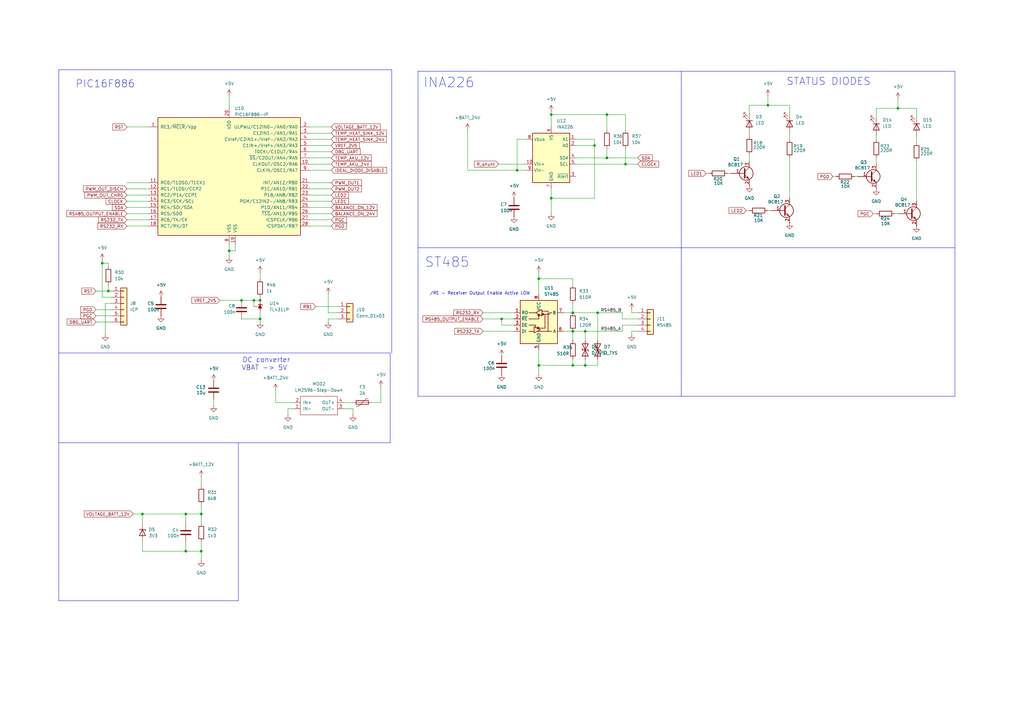
<source format=kicad_sch>
(kicad_sch (version 20231120) (generator "eeschema") (generator_version "8.0")
  (paper "A3")
  (lib_symbols
    (symbol "Connector_Generic:Conn_01x03" (pin_names (offset 1.016) hide)
      (property "Reference" "J" (at 0 5.08 0))
      (property "Value" "Conn_01x03" (at 0 -5.08 0))
      (symbol "Conn_01x03_1_1"
        (pin passive line (at -5.08 2.54 0) (length 3.81) (name "Pin_1") (number "1"))
        (pin passive line (at -5.08 0 0) (length 3.81) (name "Pin_2") (number "2"))
        (pin passive line (at -5.08 -2.54 0) (length 3.81) (name "Pin_3") (number "3"))
      )
    )
    (symbol "Connector_Generic:Conn_01x04" (pin_names (offset 1.016) hide)
      (property "Reference" "J" (at 0 5.08 0))
      (property "Value" "Conn_01x04" (at 0 -7.62 0))
      (symbol "Conn_01x04_1_1"
        (pin passive line (at -5.08 2.54 0) (length 3.81) (name "Pin_1") (number "1"))
        (pin passive line (at -5.08 0 0) (length 3.81) (name "Pin_2") (number "2"))
        (pin passive line (at -5.08 -2.54 0) (length 3.81) (name "Pin_3") (number "3"))
        (pin passive line (at -5.08 -5.08 0) (length 3.81) (name "Pin_4") (number "4"))
      )
    )
    (symbol "Connector_Generic:Conn_01x06" (pin_names (offset 1.016) hide)
      (property "Reference" "J" (at 0 7.62 0))
      (property "Value" "Conn_01x06" (at 0 -10.16 0))
      (symbol "Conn_01x06_1_1"
        (pin passive line (at -5.08 5.08 0) (length 3.81) (name "Pin_1") (number "1"))
        (pin passive line (at -5.08 2.54 0) (length 3.81) (name "Pin_2") (number "2"))
        (pin passive line (at -5.08 0 0) (length 3.81) (name "Pin_3") (number "3"))
        (pin passive line (at -5.08 -2.54 0) (length 3.81) (name "Pin_4") (number "4"))
        (pin passive line (at -5.08 -5.08 0) (length 3.81) (name "Pin_5") (number "5"))
        (pin passive line (at -5.08 -7.62 0) (length 3.81) (name "Pin_6") (number "6"))
      )
    )
    (symbol "Device:C" (pin_numbers hide) (pin_names (offset 0.254))
      (property "Reference" "C" (at 0.635 2.54 0))
      (property "Value" "C" (at 0.635 -2.54 0))
      (symbol "C_1_1"
        (pin passive line (at 0 3.81 270) (length 2.794) (name "~") (number "1"))
        (pin passive line (at 0 -3.81 90) (length 2.794) (name "~") (number "2"))
      )
    )
    (symbol "Device:D_TVS" (pin_numbers hide) (pin_names (offset 1.016) hide)
      (property "Reference" "D" (at 0 2.54 0))
      (property "Value" "D_TVS" (at 0 -2.54 0))
      (symbol "D_TVS_1_1"
        (pin passive line (at -3.81 0 0) (length 2.54) (name "A1") (number "1"))
        (pin passive line (at 3.81 0 180) (length 2.54) (name "A2") (number "2"))
      )
    )
    (symbol "Device:D_Zener" (pin_numbers hide) (pin_names (offset 1.016) hide)
      (property "Reference" "D" (at 0 2.54 0))
      (property "Value" "D_Zener" (at 0 -2.54 0))
      (symbol "D_Zener_1_1"
        (pin passive line (at -3.81 0 0) (length 2.54) (name "K") (number "1"))
        (pin passive line (at 3.81 0 180) (length 2.54) (name "A") (number "2"))
      )
    )
    (symbol "Device:LED" (pin_numbers hide) (pin_names (offset 1.016) hide)
      (property "Reference" "D" (at 0 2.54 0))
      (property "Value" "LED" (at 0 -2.54 0))
      (symbol "LED_1_1"
        (pin passive line (at -3.81 0 0) (length 2.54) (name "K") (number "1"))
        (pin passive line (at 3.81 0 180) (length 2.54) (name "A") (number "2"))
      )
    )
    (symbol "Device:Polyfuse" (pin_numbers hide) (pin_names (offset 0))
      (property "Reference" "F" (at -2.54 0 90))
      (property "Value" "Polyfuse" (at 2.54 0 90))
      (symbol "Polyfuse_1_1"
        (pin passive line (at 0 3.81 270) (length 1.27) (name "~") (number "1"))
        (pin passive line (at 0 -3.81 90) (length 1.27) (name "~") (number "2"))
      )
    )
    (symbol "Device:R" (pin_numbers hide) (pin_names (offset 0))
      (property "Reference" "R" (at 2.032 0 90))
      (property "Value" "R" (at 0 0 90))
      (symbol "R_1_1"
        (pin passive line (at 0 3.81 270) (length 1.27) (name "~") (number "1"))
        (pin passive line (at 0 -3.81 90) (length 1.27) (name "~") (number "2"))
      )
    )
    (symbol "Interface_UART:ST485EBDR"
      (property "Reference" "U" (at -6.35 8.89 0))
      (property "Value" "ST485EBDR" (at 1.27 8.89 0))
      (symbol "ST485EBDR_1_1"
        (pin output line (at -10.16 2.54 0) (length 2.54) (name "RO") (number "1"))
        (pin input line (at -10.16 0 0) (length 2.54) (name "~{RE}") (number "2"))
        (pin input line (at -10.16 -2.54 0) (length 2.54) (name "DE") (number "3"))
        (pin input line (at -10.16 -5.08 0) (length 2.54) (name "DI") (number "4"))
        (pin power_in line (at 0 -12.7 90) (length 2.54) (name "GND") (number "5"))
        (pin bidirectional line (at 10.16 -5.08 180) (length 2.54) (name "A") (number "6"))
        (pin bidirectional line (at 10.16 2.54 180) (length 2.54) (name "B") (number "7"))
        (pin power_in line (at 0 10.16 270) (length 2.54) (name "VCC") (number "8"))
      )
    )
    (symbol "MCU_Microchip_PIC16:PIC16F886-IP" (pin_names (offset 1.016))
      (property "Reference" "U" (at 13.97 27.94 0))
      (property "Value" "PIC16F886-IP" (at 13.97 25.4 0))
      (symbol "PIC16F886-IP_1_1"
        (pin bidirectional line (at -33.02 20.32 0) (length 3.81) (name "RE3/~{MCLR}/Vpp") (number "1"))
        (pin bidirectional line (at 33.02 5.08 180) (length 3.81) (name "CLKOUT/OSC2/RA6") (number "10"))
        (pin bidirectional line (at -33.02 -2.54 0) (length 3.81) (name "RC0/T1OSO/T1CK1") (number "11"))
        (pin bidirectional line (at -33.02 -5.08 0) (length 3.81) (name "RC1/T1OSI/CCP2") (number "12"))
        (pin bidirectional line (at -33.02 -7.62 0) (length 3.81) (name "RC2/P1A/CCP1") (number "13"))
        (pin bidirectional line (at -33.02 -10.16 0) (length 3.81) (name "RC3/SCK/SCL") (number "14"))
        (pin bidirectional line (at -33.02 -12.7 0) (length 3.81) (name "RC4/SDI/SDA") (number "15"))
        (pin bidirectional line (at -33.02 -15.24 0) (length 3.81) (name "RC5/SDO") (number "16"))
        (pin bidirectional line (at -33.02 -17.78 0) (length 3.81) (name "RC6/TX/CK") (number "17"))
        (pin bidirectional line (at -33.02 -20.32 0) (length 3.81) (name "RC7/RX/DT") (number "18"))
        (pin power_in line (at 2.54 -27.94 90) (length 3.81) (name "VSS") (number "19"))
        (pin bidirectional line (at 33.02 20.32 180) (length 3.81) (name "ULPWU/C12IN0-/AN0/RA0") (number "2"))
        (pin power_in line (at 0 27.94 270) (length 3.81) (name "VDD") (number "20"))
        (pin bidirectional line (at 33.02 -2.54 180) (length 3.81) (name "INT/AN12/RB0") (number "21"))
        (pin bidirectional line (at 33.02 -5.08 180) (length 3.81) (name "P1C/AN10/RB1") (number "22"))
        (pin bidirectional line (at 33.02 -7.62 180) (length 3.81) (name "P1B/AN8/RB2") (number "23"))
        (pin bidirectional line (at 33.02 -10.16 180) (length 3.81) (name "PGM/C12IN2-/AN8/RB3") (number "24"))
        (pin bidirectional line (at 33.02 -12.7 180) (length 3.81) (name "P1D/AN11/RB4") (number "25"))
        (pin bidirectional line (at 33.02 -15.24 180) (length 3.81) (name "~{T1G}/AN13/RB5") (number "26"))
        (pin bidirectional line (at 33.02 -17.78 180) (length 3.81) (name "ICSPCLK/RB6") (number "27"))
        (pin bidirectional line (at 33.02 -20.32 180) (length 3.81) (name "ICSPDAT/RB7") (number "28"))
        (pin bidirectional line (at 33.02 17.78 180) (length 3.81) (name "C12IN1-/AN1/RA1") (number "3"))
        (pin bidirectional line (at 33.02 15.24 180) (length 3.81) (name "CVref/C2IN1+/Vref-/AN2/RA2") (number "4"))
        (pin bidirectional line (at 33.02 12.7 180) (length 3.81) (name "C1IN+/Vref+/AN3/RA3") (number "5"))
        (pin bidirectional line (at 33.02 10.16 180) (length 3.81) (name "T0CKI/C1OUT/RA4") (number "6"))
        (pin bidirectional line (at 33.02 7.62 180) (length 3.81) (name "~{SS}/C2OUT/AN4/RA5") (number "7"))
        (pin power_in line (at 0 -27.94 90) (length 3.81) (name "VSS") (number "8"))
        (pin input line (at 33.02 2.54 180) (length 3.81) (name "CLKIN/OSC1/RA7") (number "9"))
      )
    )
    (symbol "My-Lib:LM2596-Step-Down" (pin_names (offset 1.016))
      (property "Reference" "MOD" (at 1.27 1.27 0))
      (property "Value" "LM2596-Step-Down" (at 8.89 3.81 0))
      (symbol "LM2596-Step-Down_1_1"
        (pin input line (at -2.54 -5.08 0) (length 2.54) (name "IN-") (number "1"))
        (pin input line (at -2.54 -2.54 0) (length 2.54) (name "IN+") (number "2"))
        (pin output line (at 17.78 -5.08 180) (length 2.54) (name "OUT-") (number "3"))
        (pin output line (at 17.78 -2.54 180) (length 2.54) (name "OUT+") (number "4"))
      )
    )
    (symbol "Reference_Voltage:TL431LP" (pin_numbers hide) (pin_names hide)
      (property "Reference" "U" (at -2.54 2.54 0))
      (property "Value" "TL431LP" (at 0 -2.54 0))
      (symbol "TL431LP_1_1"
        (pin passive line (at 0 2.54 270) (length 2.54) (name "REF") (number "1"))
        (pin passive line (at -2.54 0 0) (length 2.54) (name "A") (number "2"))
        (pin passive line (at 2.54 0 180) (length 2.54) (name "K") (number "3"))
      )
    )
    (symbol "Sensor_Energy:INA226"
      (property "Reference" "U" (at -6.35 11.43 0))
      (property "Value" "INA226" (at 3.81 11.43 0))
      (symbol "INA226_1_1"
        (pin input line (at 10.16 7.62 180) (length 2.54) (name "A1") (number "1"))
        (pin input line (at -10.16 -2.54 0) (length 2.54) (name "Vin+") (number "10"))
        (pin input line (at 10.16 5.08 180) (length 2.54) (name "A0") (number "2"))
        (pin open_collector line (at 10.16 -7.62 180) (length 2.54) (name "~{Alert}") (number "3"))
        (pin bidirectional line (at 10.16 0 180) (length 2.54) (name "SDA") (number "4"))
        (pin input line (at 10.16 -2.54 180) (length 2.54) (name "SCL") (number "5"))
        (pin power_in line (at 0 12.7 270) (length 2.54) (name "VS") (number "6"))
        (pin power_in line (at 0 -12.7 90) (length 2.54) (name "GND") (number "7"))
        (pin input line (at -10.16 7.62 0) (length 2.54) (name "Vbus") (number "8"))
        (pin input line (at -10.16 -5.08 0) (length 2.54) (name "Vin-") (number "9"))
      )
    )
    (symbol "Transistor_BJT:BC817" (pin_names (offset 0) hide)
      (property "Reference" "Q" (at 5.08 1.905 0))
      (property "Value" "BC817" (at 5.08 0 0))
      (symbol "BC817_1_1"
        (pin input line (at -5.08 0 0) (length 5.715) (name "B") (number "1"))
        (pin passive line (at 2.54 -5.08 90) (length 2.54) (name "E") (number "2"))
        (pin passive line (at 2.54 5.08 270) (length 2.54) (name "C") (number "3"))
      )
    )
    (symbol "power:+5V" (power) (pin_numbers hide) (pin_names (offset 0) hide)
      (property "Value" "+5V" (at 0 3.556 0))
      (symbol "+5V_1_1"
        (pin power_in line (at 0 0 90) (length 0) (name "~") (number "1"))
      )
    )
    (symbol "power:+BATT" (power) (pin_numbers hide) (pin_names (offset 0) hide)
      (property "Value" "+BATT" (at 0 3.556 0))
      (symbol "+BATT_1_1"
        (pin power_in line (at 0 0 90) (length 0) (name "~") (number "1"))
      )
    )
    (symbol "power:GND" (power) (pin_numbers hide) (pin_names (offset 0) hide)
      (property "Value" "GND" (at 0 -3.81 0))
      (symbol "GND_1_1"
        (pin power_in line (at 0 0 270) (length 0) (name "~") (number "1"))
      )
    )
  )
  (junction (at 93.98 102.87))
  (junction (at 243.84 59.69))
  (junction (at 106.68 123.19))
  (junction (at 44.45 119.38))
  (junction (at 245.11 128.27))
  (junction (at 234.95 149.86))
  (junction (at 220.98 114.3))
  (junction (at 76.2 210.82))
  (junction (at 248.92 46.99))
  (junction (at 240.03 135.89))
  (junction (at 82.55 226.06))
  (junction (at 212.09 69.85))
  (junction (at 99.06 123.19))
  (junction (at 104.14 123.19))
  (junction (at 248.92 64.77))
  (junction (at 314.96 43.18))
  (junction (at 220.98 149.86))
  (junction (at 226.06 81.28))
  (junction (at 41.91 107.95))
  (junction (at 256.54 67.31))
  (junction (at 76.2 226.06))
  (junction (at 368.3 44.45))
  (junction (at 234.95 135.89))
  (junction (at 58.42 210.82))
  (junction (at 234.95 128.27))
  (junction (at 240.03 149.86))
  (junction (at 226.06 46.99))
  (junction (at 106.68 130.81))
  (junction (at 82.55 210.82))
  (junction (at 205.74 130.81))
  (wire (pts (xy 45.72 124.46) (xy 43.18 124.46)))
  (wire (pts (xy 212.09 57.15) (xy 212.09 69.85)))
  (wire (pts (xy 248.92 46.99) (xy 248.92 53.34)))
  (wire (pts (xy 212.09 69.85) (xy 215.9 69.85)))
  (wire (pts (xy 306.07 86.36) (xy 307.34 86.36)))
  (wire (pts (xy 138.43 130.81) (xy 134.62 130.81)))
  (wire (pts (xy 118.11 170.18) (xy 118.11 167.64)))
  (wire (pts (xy 41.91 107.95) (xy 44.45 107.95)))
  (wire (pts (xy 127 64.77) (xy 135.89 64.77)))
  (wire (pts (xy 314.96 43.18) (xy 323.85 43.18)))
  (polyline (pts (xy 160.02 144.78) (xy 160.02 181.61)))
  (wire (pts (xy 226.06 45.72) (xy 226.06 46.99)))
  (wire (pts (xy 127 77.47) (xy 135.89 77.47)))
  (wire (pts (xy 76.2 210.82) (xy 82.55 210.82)))
  (wire (pts (xy 144.78 167.64) (xy 140.97 167.64)))
  (wire (pts (xy 368.3 40.64) (xy 368.3 44.45)))
  (wire (pts (xy 191.77 69.85) (xy 212.09 69.85)))
  (wire (pts (xy 226.06 46.99) (xy 248.92 46.99)))
  (wire (pts (xy 82.55 226.06) (xy 82.55 229.87)))
  (wire (pts (xy 255.27 133.35) (xy 255.27 135.89)))
  (wire (pts (xy 231.14 128.27) (xy 234.95 128.27)))
  (polyline (pts (xy 160.655 28.575) (xy 160.655 144.78)))
  (wire (pts (xy 323.85 64.77) (xy 323.85 81.28)))
  (wire (pts (xy 248.92 64.77) (xy 261.62 64.77)))
  (wire (pts (xy 76.2 210.82) (xy 76.2 214.63)))
  (wire (pts (xy 82.55 207.01) (xy 82.55 210.82)))
  (wire (pts (xy 41.91 107.95) (xy 41.91 121.92)))
  (wire (pts (xy 127 52.07) (xy 135.89 52.07)))
  (wire (pts (xy 198.12 128.27) (xy 210.82 128.27)))
  (wire (pts (xy 261.62 133.35) (xy 255.27 133.35)))
  (wire (pts (xy 259.08 137.16) (xy 259.08 135.89)))
  (wire (pts (xy 307.34 54.61) (xy 307.34 55.88)))
  (wire (pts (xy 76.2 222.25) (xy 76.2 226.06)))
  (wire (pts (xy 52.07 82.55) (xy 60.96 82.55)))
  (polyline (pts (xy 24.13 181.61) (xy 97.79 181.61)))
  (wire (pts (xy 52.07 80.01) (xy 60.96 80.01)))
  (wire (pts (xy 127 54.61) (xy 135.89 54.61)))
  (wire (pts (xy 99.06 123.19) (xy 104.14 123.19)))
  (wire (pts (xy 106.68 121.92) (xy 106.68 123.19)))
  (wire (pts (xy 259.08 128.27) (xy 259.08 127)))
  (wire (pts (xy 129.54 125.73) (xy 138.43 125.73)))
  (wire (pts (xy 245.11 147.32) (xy 245.11 149.86)))
  (wire (pts (xy 96.52 102.87) (xy 96.52 100.33)))
  (wire (pts (xy 359.41 64.77) (xy 359.41 67.31)))
  (wire (pts (xy 234.95 135.89) (xy 240.03 135.89)))
  (wire (pts (xy 236.22 64.77) (xy 248.92 64.77)))
  (wire (pts (xy 156.21 165.1) (xy 156.21 158.75)))
  (wire (pts (xy 210.82 133.35) (xy 205.74 133.35)))
  (wire (pts (xy 234.95 124.46) (xy 234.95 128.27)))
  (polyline (pts (xy 97.79 246.38) (xy 97.79 181.61)))
  (wire (pts (xy 76.2 226.06) (xy 58.42 226.06)))
  (polyline (pts (xy 279.4 162.56) (xy 391.668 162.56)))
  (wire (pts (xy 205.74 130.81) (xy 210.82 130.81)))
  (wire (pts (xy 44.45 109.22) (xy 44.45 107.95)))
  (wire (pts (xy 39.37 129.54) (xy 45.72 129.54)))
  (wire (pts (xy 104.14 125.73) (xy 104.14 123.19)))
  (wire (pts (xy 52.07 87.63) (xy 60.96 87.63)))
  (wire (pts (xy 39.37 127) (xy 45.72 127)))
  (wire (pts (xy 255.27 130.81) (xy 255.27 128.27)))
  (polyline (pts (xy 171.45 101.6) (xy 171.45 29.21)))
  (wire (pts (xy 359.41 44.45) (xy 359.41 48.26)))
  (wire (pts (xy 236.22 59.69) (xy 243.84 59.69)))
  (wire (pts (xy 39.37 119.38) (xy 44.45 119.38)))
  (wire (pts (xy 245.11 128.27) (xy 245.11 139.7)))
  (wire (pts (xy 259.08 135.89) (xy 261.62 135.89)))
  (wire (pts (xy 39.37 132.08) (xy 45.72 132.08)))
  (wire (pts (xy 58.42 210.82) (xy 58.42 214.63)))
  (wire (pts (xy 93.98 100.33) (xy 93.98 102.87)))
  (wire (pts (xy 44.45 116.84) (xy 44.45 119.38)))
  (wire (pts (xy 135.89 90.17) (xy 127 90.17)))
  (wire (pts (xy 99.06 130.81) (xy 106.68 130.81)))
  (wire (pts (xy 198.12 135.89) (xy 210.82 135.89)))
  (wire (pts (xy 307.34 43.18) (xy 314.96 43.18)))
  (wire (pts (xy 375.92 66.04) (xy 375.92 82.55)))
  (wire (pts (xy 341.63 72.39) (xy 342.9 72.39)))
  (wire (pts (xy 82.55 210.82) (xy 82.55 214.63)))
  (wire (pts (xy 240.03 149.86) (xy 234.95 149.86)))
  (wire (pts (xy 234.95 116.84) (xy 234.95 114.3)))
  (wire (pts (xy 93.98 102.87) (xy 93.98 105.41)))
  (polyline (pts (xy 391.668 162.56) (xy 391.668 101.6)))
  (wire (pts (xy 45.72 121.92) (xy 41.91 121.92)))
  (wire (pts (xy 90.17 123.19) (xy 99.06 123.19)))
  (wire (pts (xy 127 59.69) (xy 135.89 59.69)))
  (wire (pts (xy 236.22 67.31) (xy 256.54 67.31)))
  (wire (pts (xy 127 74.93) (xy 135.89 74.93)))
  (wire (pts (xy 82.55 222.25) (xy 82.55 226.06)))
  (wire (pts (xy 134.62 120.65) (xy 134.62 128.27)))
  (wire (pts (xy 127 57.15) (xy 135.89 57.15)))
  (wire (pts (xy 234.95 149.86) (xy 220.98 149.86)))
  (wire (pts (xy 118.11 167.64) (xy 120.65 167.64)))
  (wire (pts (xy 104.14 123.19) (xy 106.68 123.19)))
  (wire (pts (xy 93.98 102.87) (xy 96.52 102.87)))
  (wire (pts (xy 41.91 106.68) (xy 41.91 107.95)))
  (wire (pts (xy 215.9 57.15) (xy 212.09 57.15)))
  (polyline (pts (xy 24.13 28.575) (xy 160.655 28.575)))
  (wire (pts (xy 127 80.01) (xy 135.89 80.01)))
  (wire (pts (xy 243.84 57.15) (xy 236.22 57.15)))
  (wire (pts (xy 307.34 43.18) (xy 307.34 46.99)))
  (polyline (pts (xy 171.45 101.6) (xy 279.4 101.6)))
  (wire (pts (xy 256.54 46.99) (xy 256.54 53.34)))
  (wire (pts (xy 245.11 128.27) (xy 255.27 128.27)))
  (wire (pts (xy 93.98 39.37) (xy 93.98 44.45)))
  (wire (pts (xy 234.95 114.3) (xy 220.98 114.3)))
  (wire (pts (xy 127 85.09) (xy 135.89 85.09)))
  (polyline (pts (xy 171.45 162.56) (xy 171.45 101.6)))
  (polyline (pts (xy 279.4 101.6) (xy 391.668 101.6)))
  (wire (pts (xy 82.55 226.06) (xy 76.2 226.06)))
  (wire (pts (xy 127 62.23) (xy 135.89 62.23)))
  (wire (pts (xy 52.07 85.09) (xy 60.96 85.09)))
  (wire (pts (xy 127 82.55) (xy 135.89 82.55)))
  (wire (pts (xy 58.42 226.06) (xy 58.42 222.25)))
  (wire (pts (xy 368.3 44.45) (xy 375.92 44.45)))
  (wire (pts (xy 359.41 55.88) (xy 359.41 57.15)))
  (wire (pts (xy 220.98 111.76) (xy 220.98 114.3)))
  (wire (pts (xy 44.45 119.38) (xy 45.72 119.38)))
  (wire (pts (xy 314.96 86.36) (xy 316.23 86.36)))
  (wire (pts (xy 138.43 128.27) (xy 134.62 128.27)))
  (wire (pts (xy 54.61 210.82) (xy 58.42 210.82)))
  (polyline (pts (xy 391.668 29.21) (xy 279.4 29.21)))
  (wire (pts (xy 256.54 60.96) (xy 256.54 67.31)))
  (wire (pts (xy 248.92 60.96) (xy 248.92 64.77)))
  (wire (pts (xy 248.92 46.99) (xy 256.54 46.99)))
  (wire (pts (xy 226.06 77.47) (xy 226.06 81.28)))
  (wire (pts (xy 152.4 165.1) (xy 156.21 165.1)))
  (wire (pts (xy 350.52 72.39) (xy 351.79 72.39)))
  (wire (pts (xy 240.03 147.32) (xy 240.03 149.86)))
  (wire (pts (xy 234.95 135.89) (xy 234.95 139.7)))
  (wire (pts (xy 375.92 44.45) (xy 375.92 48.26)))
  (wire (pts (xy 204.47 67.31) (xy 215.9 67.31)))
  (wire (pts (xy 226.06 81.28) (xy 226.06 87.63)))
  (wire (pts (xy 323.85 43.18) (xy 323.85 46.99)))
  (wire (pts (xy 113.03 165.1) (xy 120.65 165.1)))
  (wire (pts (xy 52.07 90.17) (xy 60.96 90.17)))
  (wire (pts (xy 87.63 163.83) (xy 87.63 166.37)))
  (wire (pts (xy 358.14 87.63) (xy 359.41 87.63)))
  (wire (pts (xy 226.06 46.99) (xy 226.06 52.07)))
  (polyline (pts (xy 24.13 246.38) (xy 97.79 246.38)))
  (polyline (pts (xy 24.13 181.61) (xy 24.13 28.575)))
  (wire (pts (xy 60.96 52.07) (xy 52.07 52.07)))
  (wire (pts (xy 220.98 114.3) (xy 220.98 120.65)))
  (polyline (pts (xy 171.45 29.21) (xy 279.4 29.21)))
  (wire (pts (xy 240.03 135.89) (xy 255.27 135.89)))
  (wire (pts (xy 375.92 55.88) (xy 375.92 58.42)))
  (wire (pts (xy 58.42 210.82) (xy 76.2 210.82)))
  (wire (pts (xy 307.34 63.5) (xy 307.34 66.04)))
  (wire (pts (xy 205.74 133.35) (xy 205.74 130.81)))
  (wire (pts (xy 106.68 128.27) (xy 106.68 130.81)))
  (wire (pts (xy 226.06 81.28) (xy 243.84 81.28)))
  (polyline (pts (xy 279.4 162.56) (xy 279.4 29.21)))
  (wire (pts (xy 106.68 111.76) (xy 106.68 114.3)))
  (wire (pts (xy 191.77 69.85) (xy 191.77 53.34)))
  (wire (pts (xy 231.14 135.89) (xy 234.95 135.89)))
  (wire (pts (xy 289.56 71.12) (xy 290.83 71.12)))
  (wire (pts (xy 256.54 67.31) (xy 261.62 67.31)))
  (wire (pts (xy 144.78 167.64) (xy 144.78 170.18)))
  (wire (pts (xy 43.18 124.46) (xy 43.18 137.16)))
  (wire (pts (xy 113.03 165.1) (xy 113.03 160.02)))
  (wire (pts (xy 245.11 149.86) (xy 240.03 149.86)))
  (wire (pts (xy 261.62 130.81) (xy 255.27 130.81)))
  (wire (pts (xy 127 67.31) (xy 135.89 67.31)))
  (polyline (pts (xy 391.668 101.6) (xy 391.668 29.21)))
  (polyline (pts (xy 24.13 181.61) (xy 24.13 246.38)))
  (wire (pts (xy 314.96 39.37) (xy 314.96 43.18)))
  (polyline (pts (xy 160.02 181.61) (xy 97.79 181.61)))
  (wire (pts (xy 243.84 81.28) (xy 243.84 59.69)))
  (wire (pts (xy 243.84 59.69) (xy 243.84 57.15)))
  (wire (pts (xy 106.68 130.81) (xy 106.68 132.08)))
  (wire (pts (xy 127 69.85) (xy 135.89 69.85)))
  (wire (pts (xy 134.62 130.81) (xy 134.62 132.08)))
  (wire (pts (xy 234.95 128.27) (xy 245.11 128.27)))
  (polyline (pts (xy 24.13 144.78) (xy 160.02 144.78)))
  (wire (pts (xy 82.55 195.58) (xy 82.55 199.39)))
  (wire (pts (xy 135.89 92.71) (xy 127 92.71)))
  (wire (pts (xy 220.98 143.51) (xy 220.98 149.86)))
  (wire (pts (xy 261.62 128.27) (xy 259.08 128.27)))
  (wire (pts (xy 367.03 87.63) (xy 368.3 87.63)))
  (wire (pts (xy 127 87.63) (xy 135.89 87.63)))
  (wire (pts (xy 52.07 74.93) (xy 60.96 74.93)))
  (wire (pts (xy 220.98 149.86) (xy 220.98 153.67)))
  (polyline (pts (xy 171.45 162.56) (xy 279.4 162.56)))
  (wire (pts (xy 140.97 165.1) (xy 144.78 165.1)))
  (wire (pts (xy 368.3 44.45) (xy 359.41 44.45)))
  (wire (pts (xy 198.12 130.81) (xy 205.74 130.81)))
  (wire (pts (xy 52.07 77.47) (xy 60.96 77.47)))
  (wire (pts (xy 323.85 54.61) (xy 323.85 57.15)))
  (wire (pts (xy 234.95 147.32) (xy 234.95 149.86)))
  (wire (pts (xy 298.45 71.12) (xy 299.72 71.12)))
  (wire (pts (xy 240.03 135.89) (xy 240.03 139.7)))
  (wire (pts (xy 52.07 92.71) (xy 60.96 92.71)))
  (text "INA226\n" (at 184.15 34.036 0) (effects (font (size 4 4))))
  (text "PIC16F886" (at 43.18 34.544 0) (effects (font (size 3 3))))
  (text "ST485" (at 183.388 107.696 0) (effects (font (size 4 4))))
  (text "DC converter\nVBAT -> 5V " (at 109.22 149.352 0) (effects (font (size 2 2))))
  (text "/RE - Receiver Output Enable Active LOW" (at 196.85 120.396 0) (effects (font (size 1.27 1.27))))
  (text "STATUS DIODES" (at 339.852 33.528 0) (effects (font (size 3 3))))
  (label "RS485_A" (at 246.38 135.89 0))
  (label "RS485_B" (at 246.38 128.27 0))
  (global_label "PGD" (shape input) (at 135.89 92.71 0) (property "Intersheetrefs" "${INTERSHEET_REFS}" (effects (hide yes))))
  (global_label "LED2" (shape input) (at 135.89 80.01 0) (property "Intersheetrefs" "${INTERSHEET_REFS}" (effects (hide yes))))
  (global_label "R_shunt" (shape input) (at 204.47 67.31 180) (property "Intersheetrefs" "${INTERSHEET_REFS}" (effects (hide yes))))
  (global_label "VOLTAGE_BATT_12V" (shape input) (at 54.61 210.82 180) (property "Intersheetrefs" "${INTERSHEET_REFS}" (effects (hide yes))))
  (global_label "TEMP_AKU_12V" (shape input) (at 135.89 64.77 0) (property "Intersheetrefs" "${INTERSHEET_REFS}" (effects (hide yes))))
  (global_label "PWM_OUT1" (shape input) (at 135.89 74.93 0) (property "Intersheetrefs" "${INTERSHEET_REFS}" (effects (hide yes))))
  (global_label "RST" (shape input) (at 52.07 52.07 180) (property "Intersheetrefs" "${INTERSHEET_REFS}" (effects (hide yes))))
  (global_label "RS232_RX" (shape input) (at 198.12 128.27 180) (property "Intersheetrefs" "${INTERSHEET_REFS}" (effects (hide yes))))
  (global_label "LED1" (shape input) (at 135.89 82.55 0) (property "Intersheetrefs" "${INTERSHEET_REFS}" (effects (hide yes))))
  (global_label "PGD" (shape input) (at 341.63 72.39 180) (property "Intersheetrefs" "${INTERSHEET_REFS}" (effects (hide yes))))
  (global_label "RST" (shape input) (at 39.37 119.38 180) (property "Intersheetrefs" "${INTERSHEET_REFS}" (effects (hide yes))))
  (global_label "TEMP_AKU_24V" (shape input) (at 135.89 67.31 0) (property "Intersheetrefs" "${INTERSHEET_REFS}" (effects (hide yes))))
  (global_label "SDA" (shape input) (at 261.62 64.77 0) (property "Intersheetrefs" "${INTERSHEET_REFS}" (effects (hide yes))))
  (global_label "PWM_OUT_CHRG" (shape input) (at 52.07 80.01 180) (property "Intersheetrefs" "${INTERSHEET_REFS}" (effects (hide yes))))
  (global_label "SDA" (shape input) (at 52.07 85.09 180) (property "Intersheetrefs" "${INTERSHEET_REFS}" (effects (hide yes))))
  (global_label "IDEAL_DIODE_DISABLE" (shape input) (at 135.89 69.85 0) (property "Intersheetrefs" "${INTERSHEET_REFS}" (effects (hide yes))))
  (global_label "VOLTAGE_BATT_12V" (shape input) (at 135.89 52.07 0) (property "Intersheetrefs" "${INTERSHEET_REFS}" (effects (hide yes))))
  (global_label "BALANCE_ON_12V" (shape input) (at 135.89 85.09 0) (property "Intersheetrefs" "${INTERSHEET_REFS}" (effects (hide yes))))
  (global_label "VREF_2V5" (shape input) (at 90.17 123.19 180) (property "Intersheetrefs" "${INTERSHEET_REFS}" (effects (hide yes))))
  (global_label "CLOCK" (shape input) (at 261.62 67.31 0) (property "Intersheetrefs" "${INTERSHEET_REFS}" (effects (hide yes))))
  (global_label "RS485_OUTPUT_ENABLE" (shape input) (at 198.12 130.81 180) (property "Intersheetrefs" "${INTERSHEET_REFS}" (effects (hide yes))))
  (global_label "RS232_TX" (shape input) (at 198.12 135.89 180) (property "Intersheetrefs" "${INTERSHEET_REFS}" (effects (hide yes))))
  (global_label "PGC" (shape input) (at 358.14 87.63 180) (property "Intersheetrefs" "${INTERSHEET_REFS}" (effects (hide yes))))
  (global_label "DBG_UART" (shape input) (at 135.89 62.23 0) (property "Intersheetrefs" "${INTERSHEET_REFS}" (effects (hide yes))))
  (global_label "TEMP_HEAT_SINK_12V" (shape input) (at 135.89 54.61 0) (property "Intersheetrefs" "${INTERSHEET_REFS}" (effects (hide yes))))
  (global_label "PWM_OUT_DISCH" (shape input) (at 52.07 77.47 180) (property "Intersheetrefs" "${INTERSHEET_REFS}" (effects (hide yes))))
  (global_label "LED1" (shape input) (at 289.56 71.12 180) (property "Intersheetrefs" "${INTERSHEET_REFS}" (effects (hide yes))))
  (global_label "PGC" (shape input) (at 39.37 129.54 180) (property "Intersheetrefs" "${INTERSHEET_REFS}" (effects (hide yes))))
  (global_label "LED2" (shape input) (at 306.07 86.36 180) (property "Intersheetrefs" "${INTERSHEET_REFS}" (effects (hide yes))))
  (global_label "RB1" (shape input) (at 129.54 125.73 180) (property "Intersheetrefs" "${INTERSHEET_REFS}" (effects (hide yes))))
  (global_label "CLOCK" (shape input) (at 52.07 82.55 180) (property "Intersheetrefs" "${INTERSHEET_REFS}" (effects (hide yes))))
  (global_label "PGC" (shape input) (at 135.89 90.17 0) (property "Intersheetrefs" "${INTERSHEET_REFS}" (effects (hide yes))))
  (global_label "RS232_RX" (shape input) (at 52.07 92.71 180) (property "Intersheetrefs" "${INTERSHEET_REFS}" (effects (hide yes))))
  (global_label "BALANCE_ON_24V" (shape input) (at 135.89 87.63 0) (property "Intersheetrefs" "${INTERSHEET_REFS}" (effects (hide yes))))
  (global_label "RS232_TX" (shape input) (at 52.07 90.17 180) (property "Intersheetrefs" "${INTERSHEET_REFS}" (effects (hide yes))))
  (global_label "PGD" (shape input) (at 39.37 127 180) (property "Intersheetrefs" "${INTERSHEET_REFS}" (effects (hide yes))))
  (global_label "DBG_UART" (shape input) (at 39.37 132.08 180) (property "Intersheetrefs" "${INTERSHEET_REFS}" (effects (hide yes))))
  (global_label "PWM_OUT2" (shape input) (at 135.89 77.47 0) (property "Intersheetrefs" "${INTERSHEET_REFS}" (effects (hide yes))))
  (global_label "TEMP_HEAT_SINK_24V" (shape input) (at 135.89 57.15 0) (property "Intersheetrefs" "${INTERSHEET_REFS}" (effects (hide yes))))
  (global_label "VREF_2V5" (shape input) (at 135.89 59.69 0) (property "Intersheetrefs" "${INTERSHEET_REFS}" (effects (hide yes))))
  (global_label "RS485_OUTPUT_ENABLE" (shape input) (at 52.07 87.63 180) (property "Intersheetrefs" "${INTERSHEET_REFS}" (effects (hide yes))))
  (symbol (lib_id "power:GND") (at 66.04 129.54 0) (unit 1)
    (property "Reference" "#PWR065" (effects (hide yes)))
    (property "Value" "GND" (at 66.04 134.62 0))
    (property "Description" "Power symbol creates a global label with name \"GND\" , ground" (effects (hide yes)))
  )
  (symbol (lib_id "Device:C") (at 87.63 160.02 180) (unit 1)
    (property "Reference" "C13" (at 84.328 158.75 0) (effects (justify left)))
    (property "Value" "10u" (at 84.328 161.036 0) (effects (justify left)))
    (property "Footprint" "Capacitor_SMD:CP_Elec_6.3x4.5" (effects (hide yes)))
    (property "Description" "Unpolarized capacitor" (effects (hide yes)))
  )
  (symbol (lib_id "Device:R") (at 248.92 57.15 0) (unit 1)
    (property "Reference" "R36" (at 251.46 55.8799 0) (effects (justify left)))
    (property "Value" "10k" (at 251.46 58.4199 0) (effects (justify left)))
    (property "Footprint" "Resistor_SMD:R_0805_2012Metric_Pad1.20x1.40mm_HandSolder" (effects (hide yes)))
    (property "Description" "Resistor" (effects (hide yes)))
  )
  (symbol (lib_id "Device:R") (at 82.55 203.2 0) (unit 1)
    (property "Reference" "R31" (at 85.09 201.9299 0) (effects (justify left)))
    (property "Value" "6k8" (at 85.09 204.4699 0) (effects (justify left)))
    (property "Footprint" "Resistor_SMD:R_0805_2012Metric_Pad1.20x1.40mm_HandSolder" (effects (hide yes)))
    (property "Description" "Resistor" (effects (hide yes)))
  )
  (symbol (lib_id "power:+5V") (at 368.3 40.64 0) (unit 1)
    (property "Reference" "#PWR097" (effects (hide yes)))
    (property "Value" "+5V" (at 368.3 35.56 0))
    (property "Description" "Power symbol creates a global label with name \"+5V\"" (effects (hide yes)))
  )
  (symbol (lib_id "power:+BATT") (at 191.77 53.34 0) (unit 1)
    (property "Reference" "#PWR061" (effects (hide yes)))
    (property "Value" "+BATT_24V" (at 191.77 48.26 0))
    (property "Description" "Power symbol creates a global label with name \"+BATT\"" (effects (hide yes)))
  )
  (symbol (lib_id "power:GND") (at 43.18 137.16 0) (unit 1)
    (property "Reference" "#PWR060" (effects (hide yes)))
    (property "Value" "GND" (at 43.18 142.24 0))
    (property "Description" "Power symbol creates a global label with name \"GND\" , ground" (effects (hide yes)))
  )
  (symbol (lib_id "power:+5V") (at 87.63 156.21 0) (unit 1)
    (property "Reference" "#PWR074" (effects (hide yes)))
    (property "Value" "+5V" (at 87.63 151.13 0))
    (property "Description" "Power symbol creates a global label with name \"+5V\"" (effects (hide yes)))
  )
  (symbol (lib_id "Device:R") (at 256.54 57.15 0) (unit 1)
    (property "Reference" "R37" (at 259.08 55.8799 0) (effects (justify left)))
    (property "Value" "10k" (at 259.08 58.4199 0) (effects (justify left)))
    (property "Footprint" "Resistor_SMD:R_0805_2012Metric_Pad1.20x1.40mm_HandSolder" (effects (hide yes)))
    (property "Description" "Resistor" (effects (hide yes)))
  )
  (symbol (lib_id "power:+5V") (at 41.91 106.68 0) (unit 1)
    (property "Reference" "#PWR059" (effects (hide yes)))
    (property "Value" "+5V" (at 41.91 101.6 0))
    (property "Description" "Power symbol creates a global label with name \"+5V\"" (effects (hide yes)))
  )
  (symbol (lib_id "Interface_UART:ST485EBDR") (at 220.98 130.81 0) (unit 1)
    (property "Reference" "U11" (at 223.1741 118.11 0) (effects (justify left)))
    (property "Value" "ST485" (at 223.1741 120.65 0) (effects (justify left)))
    (property "Footprint" "Package_SO:SOIC-8_3.9x4.9mm_P1.27mm" (effects (hide yes)))
    (property "Datasheet" "http://www.st.com/resource/en/datasheet/st485eb.pdf" (effects (hide yes)))
    (property "Description" "Half duplex RS-485/RS-422, 5 Mbps, ±15kV electro-static discharge (ESD) protection, no slew-rate, with low-power shutdown, with receiver/driver enable, 256 transceiver on the bus - 40 to 85 °C, SOIC-8" (effects (hide yes)))
  )
  (symbol (lib_id "power:GND") (at 93.98 105.41 0) (unit 1)
    (property "Reference" "#PWR077" (effects (hide yes)))
    (property "Value" "GND" (at 93.98 110.49 0))
    (property "Description" "Power symbol creates a global label with name \"GND\" , ground" (effects (hide yes)))
  )
  (symbol (lib_id "Device:LED") (at 359.41 52.07 270) (unit 1)
    (property "Reference" "D14" (at 361.95 49.2124 90) (effects (justify left)))
    (property "Value" "LED" (at 361.95 51.7524 90) (effects (justify left)))
    (property "Footprint" "LED_THT:LED_D5.0mm" (effects (hide yes)))
    (property "Description" "Light emitting diode" (effects (hide yes)))
  )
  (symbol (lib_id "Device:C") (at 66.04 125.73 0) (unit 1)
    (property "Reference" "C5" (at 60.452 124.46 0) (effects (justify left)))
    (property "Value" "100n" (at 60.452 127 0) (effects (justify left)))
    (property "Footprint" "Capacitor_SMD:C_0805_2012Metric_Pad1.18x1.45mm_HandSolder" (effects (hide yes)))
    (property "Description" "Unpolarized capacitor" (effects (hide yes)))
  )
  (symbol (lib_id "power:GND") (at 106.68 132.08 0) (unit 1)
    (property "Reference" "#PWR079" (effects (hide yes)))
    (property "Value" "GND" (at 106.68 137.16 0))
    (property "Description" "Power symbol creates a global label with name \"GND\" , ground" (effects (hide yes)))
  )
  (symbol (lib_id "power:GND") (at 210.82 88.9 0) (unit 1)
    (property "Reference" "#PWR067" (effects (hide yes)))
    (property "Value" "GND" (at 210.82 93.98 0))
    (property "Description" "Power symbol creates a global label with name \"GND\" , ground" (effects (hide yes)))
  )
  (symbol (lib_id "Device:R") (at 375.92 62.23 180) (unit 1)
    (property "Reference" "R25" (at 377.444 61.214 0) (effects (justify right)))
    (property "Value" "220R" (at 377.444 62.992 0) (effects (justify right)))
    (property "Footprint" "Resistor_SMD:R_0805_2012Metric_Pad1.20x1.40mm_HandSolder" (effects (hide yes)))
    (property "Description" "Resistor" (effects (hide yes)))
  )
  (symbol (lib_id "power:+5V") (at 156.21 158.75 0) (unit 1)
    (property "Reference" "#PWR092" (effects (hide yes)))
    (property "Value" "+5V" (at 156.21 153.67 0))
    (property "Description" "Power symbol creates a global label with name \"+5V\"" (effects (hide yes)))
  )
  (symbol (lib_id "Device:R") (at 82.55 218.44 0) (unit 1)
    (property "Reference" "R32" (at 85.09 217.1699 0) (effects (justify left)))
    (property "Value" "1k3" (at 85.09 219.7099 0) (effects (justify left)))
    (property "Footprint" "Resistor_SMD:R_0805_2012Metric_Pad1.20x1.40mm_HandSolder" (effects (hide yes)))
    (property "Description" "Resistor" (effects (hide yes)))
  )
  (symbol (lib_id "power:GND") (at 144.78 170.18 0) (unit 1)
    (property "Reference" "#PWR090" (effects (hide yes)))
    (property "Value" "GND" (at 144.78 175.26 0))
    (property "Description" "Power symbol creates a global label with name \"GND\" , ground" (effects (hide yes)))
  )
  (symbol (lib_id "Device:LED") (at 307.34 50.8 270) (unit 1)
    (property "Reference" "D3" (at 309.88 47.9424 90) (effects (justify left)))
    (property "Value" "LED" (at 309.88 50.4824 90) (effects (justify left)))
    (property "Footprint" "LED_THT:LED_D5.0mm" (effects (hide yes)))
    (property "Description" "Light emitting diode" (effects (hide yes)))
  )
  (symbol (lib_id "Device:R") (at 106.68 118.11 0) (unit 1)
    (property "Reference" "R46" (at 109.22 116.8399 0) (effects (justify left)))
    (property "Value" "1k" (at 109.22 119.3799 0) (effects (justify left)))
    (property "Footprint" "Resistor_SMD:R_0805_2012Metric_Pad1.20x1.40mm_HandSolder" (effects (hide yes)))
    (property "Description" "Resistor" (effects (hide yes)))
  )
  (symbol (lib_id "power:GND") (at 226.06 87.63 0) (unit 1)
    (property "Reference" "#PWR071" (effects (hide yes)))
    (property "Value" "GND" (at 226.06 92.71 0))
    (property "Description" "Power symbol creates a global label with name \"GND\" , ground" (effects (hide yes)))
  )
  (symbol (lib_id "Device:R") (at 307.34 59.69 180) (unit 1)
    (property "Reference" "R18" (at 308.864 58.674 0) (effects (justify right)))
    (property "Value" "220R" (at 308.864 60.452 0) (effects (justify right)))
    (property "Footprint" "Resistor_SMD:R_0805_2012Metric_Pad1.20x1.40mm_HandSolder" (effects (hide yes)))
    (property "Description" "Resistor" (effects (hide yes)))
  )
  (symbol (lib_id "Device:R") (at 311.15 86.36 270) (unit 1)
    (property "Reference" "R21" (at 312.928 88.392 90) (effects (justify right)))
    (property "Value" "10K" (at 313.182 90.424 90) (effects (justify right)))
    (property "Footprint" "Resistor_SMD:R_0805_2012Metric_Pad1.20x1.40mm_HandSolder" (effects (hide yes)))
    (property "Description" "Resistor" (effects (hide yes)))
  )
  (symbol (lib_id "Device:R") (at 234.95 143.51 0) (unit 1)
    (property "Reference" "R35" (at 230.886 142.494 0) (effects (justify left)))
    (property "Value" "510R" (at 228.346 145.034 0) (effects (justify left)))
    (property "Footprint" "Resistor_SMD:R_0805_2012Metric_Pad1.20x1.40mm_HandSolder" (effects (hide yes)))
    (property "Description" "Resistor" (effects (hide yes)))
  )
  (symbol (lib_id "Device:R") (at 234.95 132.08 0) (unit 1)
    (property "Reference" "R34" (at 237.49 130.8099 0) (effects (justify left)))
    (property "Value" "120R" (at 237.49 133.3499 0) (effects (justify left)))
    (property "Footprint" "Resistor_SMD:R_0805_2012Metric_Pad1.20x1.40mm_HandSolder" (effects (hide yes)))
    (property "Description" "Resistor" (effects (hide yes)))
  )
  (symbol (lib_id "power:GND") (at 205.74 153.67 0) (unit 1)
    (property "Reference" "#PWR063" (effects (hide yes)))
    (property "Value" "GND" (at 205.74 158.75 0))
    (property "Description" "Power symbol creates a global label with name \"GND\" , ground" (effects (hide yes)))
  )
  (symbol (lib_id "Device:R") (at 44.45 113.03 0) (unit 1)
    (property "Reference" "R30" (at 46.99 111.7599 0) (effects (justify left)))
    (property "Value" "10k" (at 46.99 114.2999 0) (effects (justify left)))
    (property "Footprint" "Resistor_SMD:R_0805_2012Metric_Pad1.20x1.40mm_HandSolder" (effects (hide yes)))
    (property "Description" "Resistor" (effects (hide yes)))
  )
  (symbol (lib_id "Device:LED") (at 375.92 52.07 270) (unit 1)
    (property "Reference" "D15" (at 378.46 49.2124 90) (effects (justify left)))
    (property "Value" "LED" (at 378.46 51.7524 90) (effects (justify left)))
    (property "Footprint" "LED_THT:LED_D5.0mm" (effects (hide yes)))
    (property "Description" "Light emitting diode" (effects (hide yes)))
  )
  (symbol (lib_id "Connector_Generic:Conn_01x03") (at 143.51 128.27 0) (unit 1)
    (property "Reference" "J10" (at 146.05 126.9999 0) (effects (justify left)))
    (property "Value" "Conn_01x03" (at 146.05 129.5399 0) (effects (justify left)))
    (property "Footprint" "Connector_PinHeader_2.54mm:PinHeader_1x03_P2.54mm_Vertical" (effects (hide yes)))
    (property "Description" "Generic connector, single row, 01x03, script generated (kicad-library-utils/schlib/autogen/connector/)" (effects (hide yes)))
  )
  (symbol (lib_id "Transistor_BJT:BC817") (at 356.87 72.39 0) (unit 1)
    (property "Reference" "Q3" (at 352.806 66.548 0) (effects (justify left)))
    (property "Value" "BC817" (at 350.52 68.834 0) (effects (justify left)))
    (property "Footprint" "Package_TO_SOT_SMD:SOT-23" (effects (hide yes)))
    (property "Datasheet" "http://www.fairchildsemi.com/ds/BC/BC817.pdf" (effects (hide yes)))
  )
  (symbol (lib_id "Device:D_TVS") (at 245.11 143.51 90) (unit 1)
    (property "Reference" "D7" (at 247.65 142.2399 90) (effects (justify right)))
    (property "Value" "D_TVS" (at 247.65 144.7799 90) (effects (justify right)))
    (property "Footprint" "Diode_SMD:D_SMC" (effects (hide yes)))
    (property "Description" "Bidirectional transient-voltage-suppression diode" (effects (hide yes)))
  )
  (symbol (lib_id "Device:R") (at 363.22 87.63 270) (unit 1)
    (property "Reference" "R24" (at 364.998 89.662 90) (effects (justify right)))
    (property "Value" "10K" (at 365.252 91.694 90) (effects (justify right)))
    (property "Footprint" "Resistor_SMD:R_0805_2012Metric_Pad1.20x1.40mm_HandSolder" (effects (hide yes)))
    (property "Description" "Resistor" (effects (hide yes)))
  )
  (symbol (lib_id "power:+5V") (at 314.96 39.37 0) (unit 1)
    (property "Reference" "#PWR094" (effects (hide yes)))
    (property "Value" "+5V" (at 314.96 34.29 0))
    (property "Description" "Power symbol creates a global label with name \"+5V\"" (effects (hide yes)))
  )
  (symbol (lib_id "Device:Polyfuse") (at 148.59 165.1 90) (unit 1)
    (property "Reference" "F3" (at 148.59 158.75 90))
    (property "Value" "2A" (at 148.59 161.29 90))
    (property "Footprint" "Fuse:Fuse_2512_6332Metric_Pad1.52x3.35mm_HandSolder" (effects (hide yes)))
    (property "Description" "Resettable fuse, polymeric positive temperature coefficient" (effects (hide yes)))
  )
  (symbol (lib_id "power:GND") (at 307.34 76.2 0) (unit 1)
    (property "Reference" "#PWR093" (effects (hide yes)))
    (property "Value" "GND" (at 307.34 81.28 0))
    (property "Description" "Power symbol creates a global label with name \"GND\" , ground" (effects (hide yes)))
  )
  (symbol (lib_id "Device:R") (at 323.85 60.96 180) (unit 1)
    (property "Reference" "R19" (at 325.374 59.944 0) (effects (justify right)))
    (property "Value" "220R" (at 325.374 61.722 0) (effects (justify right)))
    (property "Footprint" "Resistor_SMD:R_0805_2012Metric_Pad1.20x1.40mm_HandSolder" (effects (hide yes)))
    (property "Description" "Resistor" (effects (hide yes)))
  )
  (symbol (lib_id "power:+5V") (at 205.74 146.05 0) (unit 1)
    (property "Reference" "#PWR062" (effects (hide yes)))
    (property "Value" "+5V" (at 205.74 140.97 0))
    (property "Description" "Power symbol creates a global label with name \"+5V\"" (effects (hide yes)))
  )
  (symbol (lib_id "Transistor_BJT:BC817") (at 373.38 87.63 0) (unit 1)
    (property "Reference" "Q4" (at 369.316 81.788 0) (effects (justify left)))
    (property "Value" "BC817" (at 367.03 84.074 0) (effects (justify left)))
    (property "Footprint" "Package_TO_SOT_SMD:SOT-23" (effects (hide yes)))
    (property "Datasheet" "http://www.fairchildsemi.com/ds/BC/BC817.pdf" (effects (hide yes)))
  )
  (symbol (lib_id "power:+5V") (at 220.98 111.76 0) (unit 1)
    (property "Reference" "#PWR068" (effects (hide yes)))
    (property "Value" "+5V" (at 220.98 106.68 0))
    (property "Description" "Power symbol creates a global label with name \"+5V\"" (effects (hide yes)))
  )
  (symbol (lib_id "power:+5V") (at 134.62 120.65 0) (unit 1)
    (property "Reference" "#PWR087" (effects (hide yes)))
    (property "Value" "+5V" (at 134.62 115.57 0))
    (property "Description" "Power symbol creates a global label with name \"+5V\"" (effects (hide yes)))
  )
  (symbol (lib_id "power:GND") (at 82.55 229.87 0) (unit 1)
    (property "Reference" "#PWR073" (effects (hide yes)))
    (property "Value" "GND" (at 82.55 234.95 0))
    (property "Description" "Power symbol creates a global label with name \"GND\" , ground" (effects (hide yes)))
  )
  (symbol (lib_id "Device:C") (at 76.2 218.44 0) (unit 1)
    (property "Reference" "C4" (at 70.612 217.424 0) (effects (justify left)))
    (property "Value" "100n" (at 68.58 219.71 0) (effects (justify left)))
    (property "Footprint" "Capacitor_SMD:C_0805_2012Metric_Pad1.18x1.45mm_HandSolder" (effects (hide yes)))
    (property "Description" "Unpolarized capacitor" (effects (hide yes)))
  )
  (symbol (lib_id "power:GND") (at 259.08 137.16 0) (unit 1)
    (property "Reference" "#PWR083" (effects (hide yes)))
    (property "Value" "GND" (at 259.08 142.24 0))
    (property "Description" "Power symbol creates a global label with name \"GND\" , ground" (effects (hide yes)))
  )
  (symbol (lib_id "Reference_Voltage:TL431LP") (at 106.68 125.73 90) (unit 1)
    (property "Reference" "U14" (at 110.49 124.4599 90) (effects (justify right)))
    (property "Value" "TL431LP" (at 110.49 126.9999 90) (effects (justify right)))
    (property "Footprint" "Package_TO_SOT_THT:TO-92_Inline" (effects (hide yes)))
    (property "Datasheet" "http://www.ti.com/lit/ds/symlink/tl431.pdf" (effects (hide yes)))
    (property "Description" "Shunt Regulator, TO-92" (effects (hide yes)))
  )
  (symbol (lib_id "Device:D_Zener") (at 58.42 218.44 270) (unit 1)
    (property "Reference" "D5" (at 60.96 217.1699 90) (effects (justify left)))
    (property "Value" "3V3" (at 60.96 219.7099 90) (effects (justify left)))
    (property "Footprint" "Diode_SMD:D_MiniMELF" (effects (hide yes)))
    (property "Description" "Zener diode" (effects (hide yes)))
  )
  (symbol (lib_id "MCU_Microchip_PIC16:PIC16F886-IP") (at 93.98 72.39 0) (unit 1)
    (property "Reference" "U10" (at 96.1741 44.45 0) (effects (justify left)))
    (property "Value" "PIC16F886-IP" (at 96.1741 46.99 0) (effects (justify left)))
    (property "Footprint" "Package_SO:SOIC-28W_7.5x17.9mm_P1.27mm" (effects (hide yes)))
    (property "Datasheet" "http://ww1.microchip.com/downloads/en/DeviceDoc/41291D.pdf" (effects (hide yes)))
    (property "Description" "8K Flash, 256B SRAM, 256B EEPROM, XLP, DIP28" (effects (hide yes)))
  )
  (symbol (lib_id "Device:C") (at 205.74 149.86 0) (unit 1)
    (property "Reference" "C6" (at 200.152 148.844 0) (effects (justify left)))
    (property "Value" "100n" (at 198.12 151.13 0) (effects (justify left)))
    (property "Footprint" "Capacitor_SMD:C_0805_2012Metric_Pad1.18x1.45mm_HandSolder" (effects (hide yes)))
    (property "Description" "Unpolarized capacitor" (effects (hide yes)))
  )
  (symbol (lib_id "My-Lib:LM2596-Step-Down") (at 123.19 162.56 0) (unit 1)
    (property "Reference" "MOD2" (at 130.81 157.48 0))
    (property "Value" "LM2596-Step-Down" (at 130.81 160.02 0))
    (property "Footprint" "My-Footprints:MP1504_Mini_3A_Step_Down_Conv" (effects (hide yes)))
  )
  (symbol (lib_id "Device:C") (at 210.82 85.09 0) (unit 1)
    (property "Reference" "C7" (at 205.232 83.82 0) (effects (justify left)))
    (property "Value" "100n" (at 205.232 86.36 0) (effects (justify left)))
    (property "Footprint" "Resistor_SMD:R_0805_2012Metric_Pad1.20x1.40mm_HandSolder" (effects (hide yes)))
    (property "Description" "Unpolarized capacitor" (effects (hide yes)))
  )
  (symbol (lib_id "power:+5V") (at 210.82 81.28 0) (unit 1)
    (property "Reference" "#PWR066" (effects (hide yes)))
    (property "Value" "+5V" (at 210.82 76.2 0))
    (property "Description" "Power symbol creates a global label with name \"+5V\"" (effects (hide yes)))
  )
  (symbol (lib_id "Device:D_TVS") (at 240.03 143.51 90) (unit 1)
    (property "Reference" "D6" (at 242.57 142.2399 90) (effects (justify right)))
    (property "Value" "D_TVS" (at 242.57 144.7799 90) (effects (justify right)))
    (property "Footprint" "Diode_SMD:D_SMC" (effects (hide yes)))
    (property "Description" "Bidirectional transient-voltage-suppression diode" (effects (hide yes)))
  )
  (symbol (lib_id "power:GND") (at 118.11 170.18 0) (unit 1)
    (property "Reference" "#PWR081" (effects (hide yes)))
    (property "Value" "GND" (at 118.11 175.26 0))
    (property "Description" "Power symbol creates a global label with name \"GND\" , ground" (effects (hide yes)))
  )
  (symbol (lib_id "Device:C") (at 99.06 127 0) (unit 1)
    (property "Reference" "C8" (at 93.726 125.476 0) (effects (justify left)))
    (property "Value" "100n" (at 91.694 128.016 0) (effects (justify left)))
    (property "Footprint" "Capacitor_SMD:C_0805_2012Metric_Pad1.18x1.45mm_HandSolder" (effects (hide yes)))
    (property "Description" "Unpolarized capacitor" (effects (hide yes)))
  )
  (symbol (lib_id "power:GND") (at 359.41 77.47 0) (unit 1)
    (property "Reference" "#PWR096" (effects (hide yes)))
    (property "Value" "GND" (at 359.41 82.55 0))
    (property "Description" "Power symbol creates a global label with name \"GND\" , ground" (effects (hide yes)))
  )
  (symbol (lib_id "Transistor_BJT:BC817") (at 304.8 71.12 0) (unit 1)
    (property "Reference" "Q1" (at 300.736 65.278 0) (effects (justify left)))
    (property "Value" "BC817" (at 298.45 67.564 0) (effects (justify left)))
    (property "Footprint" "Package_TO_SOT_SMD:SOT-23" (effects (hide yes)))
    (property "Datasheet" "http://www.fairchildsemi.com/ds/BC/BC817.pdf" (effects (hide yes)))
  )
  (symbol (lib_id "power:+5V") (at 259.08 127 0) (unit 1)
    (property "Reference" "#PWR082" (effects (hide yes)))
    (property "Value" "+5V" (at 259.08 121.92 0))
    (property "Description" "Power symbol creates a global label with name \"+5V\"" (effects (hide yes)))
  )
  (symbol (lib_id "power:GND") (at 323.85 91.44 0) (unit 1)
    (property "Reference" "#PWR095" (effects (hide yes)))
    (property "Value" "GND" (at 323.85 96.52 0))
    (property "Description" "Power symbol creates a global label with name \"GND\" , ground" (effects (hide yes)))
  )
  (symbol (lib_id "power:+5V") (at 93.98 39.37 0) (unit 1)
    (property "Reference" "#PWR076" (effects (hide yes)))
    (property "Value" "+5V" (at 93.98 34.29 0))
    (property "Description" "Power symbol creates a global label with name \"+5V\"" (effects (hide yes)))
  )
  (symbol (lib_id "power:+5V") (at 66.04 121.92 0) (unit 1)
    (property "Reference" "#PWR064" (effects (hide yes)))
    (property "Value" "+5V" (at 66.04 116.84 0))
    (property "Description" "Power symbol creates a global label with name \"+5V\"" (effects (hide yes)))
  )
  (symbol (lib_id "Transistor_BJT:BC817") (at 321.31 86.36 0) (unit 1)
    (property "Reference" "Q2" (at 317.246 80.518 0) (effects (justify left)))
    (property "Value" "BC817" (at 314.96 82.804 0) (effects (justify left)))
    (property "Footprint" "Package_TO_SOT_SMD:SOT-23" (effects (hide yes)))
    (property "Datasheet" "http://www.fairchildsemi.com/ds/BC/BC817.pdf" (effects (hide yes)))
  )
  (symbol (lib_id "power:GND") (at 87.63 166.37 0) (unit 1)
    (property "Reference" "#PWR075" (effects (hide yes)))
    (property "Value" "GND" (at 87.63 171.45 0))
    (property "Description" "Power symbol creates a global label with name \"GND\" , ground" (effects (hide yes)))
  )
  (symbol (lib_id "power:+5V") (at 106.68 111.76 0) (unit 1)
    (property "Reference" "#PWR078" (effects (hide yes)))
    (property "Value" "+5V" (at 106.68 106.68 0))
    (property "Description" "Power symbol creates a global label with name \"+5V\"" (effects (hide yes)))
  )
  (symbol (lib_id "power:GND") (at 134.62 132.08 0) (unit 1)
    (property "Reference" "#PWR088" (effects (hide yes)))
    (property "Value" "GND" (at 134.62 137.16 0))
    (property "Description" "Power symbol creates a global label with name \"GND\" , ground" (effects (hide yes)))
  )
  (symbol (lib_id "Connector_Generic:Conn_01x06") (at 50.8 124.46 0) (unit 1)
    (property "Reference" "J8" (at 53.34 124.4599 0) (effects (justify left)))
    (property "Value" "ICP" (at 53.34 126.9999 0) (effects (justify left)))
    (property "Footprint" "Connector_PinHeader_2.54mm:PinHeader_1x06_P2.54mm_Vertical" (effects (hide yes)))
    (property "Description" "Generic connector, single row, 01x06, script generated (kicad-library-utils/schlib/autogen/connector/)" (effects (hide yes)))
  )
  (symbol (lib_id "Device:R") (at 359.41 60.96 180) (unit 1)
    (property "Reference" "R23" (at 360.934 59.944 0) (effects (justify right)))
    (property "Value" "220R" (at 360.934 61.722 0) (effects (justify right)))
    (property "Footprint" "Resistor_SMD:R_0805_2012Metric_Pad1.20x1.40mm_HandSolder" (effects (hide yes)))
    (property "Description" "Resistor" (effects (hide yes)))
  )
  (symbol (lib_id "Device:LED") (at 323.85 50.8 270) (unit 1)
    (property "Reference" "D4" (at 326.39 47.9424 90) (effects (justify left)))
    (property "Value" "LED" (at 326.39 50.4824 90) (effects (justify left)))
    (property "Footprint" "LED_THT:LED_D5.0mm" (effects (hide yes)))
    (property "Description" "Light emitting diode" (effects (hide yes)))
  )
  (symbol (lib_id "Device:R") (at 346.71 72.39 270) (unit 1)
    (property "Reference" "R22" (at 348.488 74.676 90) (effects (justify right)))
    (property "Value" "10K" (at 348.742 76.454 90) (effects (justify right)))
    (property "Footprint" "Resistor_SMD:R_0805_2012Metric_Pad1.20x1.40mm_HandSolder" (effects (hide yes)))
    (property "Description" "Resistor" (effects (hide yes)))
  )
  (symbol (lib_id "power:GND") (at 220.98 153.67 0) (unit 1)
    (property "Reference" "#PWR069" (effects (hide yes)))
    (property "Value" "GND" (at 220.98 158.75 0))
    (property "Description" "Power symbol creates a global label with name \"GND\" , ground" (effects (hide yes)))
  )
  (symbol (lib_id "Connector_Generic:Conn_01x04") (at 266.7 130.81 0) (unit 1)
    (property "Reference" "J11" (at 269.24 130.8099 0) (effects (justify left)))
    (property "Value" "RS485" (at 269.24 133.3499 0) (effects (justify left)))
    (property "Footprint" "Connector_PinHeader_2.54mm:PinHeader_1x04_P2.54mm_Vertical" (effects (hide yes)))
    (property "Description" "Generic connector, single row, 01x04, script generated (kicad-library-utils/schlib/autogen/connector/)" (effects (hide yes)))
  )
  (symbol (lib_id "Device:R") (at 234.95 120.65 0) (unit 1)
    (property "Reference" "R33" (at 237.49 119.3799 0) (effects (justify left)))
    (property "Value" "510R" (at 237.49 121.9199 0) (effects (justify left)))
    (property "Footprint" "Resistor_SMD:R_0805_2012Metric_Pad1.20x1.40mm_HandSolder" (effects (hide yes)))
    (property "Description" "Resistor" (effects (hide yes)))
  )
  (symbol (lib_id "power:+BATT") (at 82.55 195.58 0) (unit 1)
    (property "Reference" "#PWR072" (effects (hide yes)))
    (property "Value" "+BATT_12V" (at 82.55 190.5 0))
    (property "Description" "Power symbol creates a global label with name \"+BATT\"" (effects (hide yes)))
  )
  (symbol (lib_id "power:GND") (at 375.92 92.71 0) (unit 1)
    (property "Reference" "#PWR098" (effects (hide yes)))
    (property "Value" "GND" (at 375.92 97.79 0))
    (property "Description" "Power symbol creates a global label with name \"GND\" , ground" (effects (hide yes)))
  )
  (symbol (lib_id "Sensor_Energy:INA226") (at 226.06 64.77 0) (unit 1)
    (property "Reference" "U12" (at 228.2541 49.53 0) (effects (justify left)))
    (property "Value" "INA226" (at 228.2541 52.07 0) (effects (justify left)))
    (property "Footprint" "Package_SO:VSSOP-10_3x3mm_P0.5mm" (effects (hide yes)))
    (property "Datasheet" "http://www.ti.com/lit/ds/symlink/ina226.pdf" (effects (hide yes)))
    (property "Description" "High-Side or Low-Side Measurement, Bi-Directional Current and Power Monitor (0-36V) with I2C Compatible Interface, VSSOP-10" (effects (hide yes)))
  )
  (symbol (lib_id "power:+BATT") (at 113.03 160.02 0) (unit 1)
    (property "Reference" "#PWR080" (effects (hide yes)))
    (property "Value" "+BATT_24V" (at 113.03 154.94 0))
    (property "Description" "Power symbol creates a global label with name \"+BATT\"" (effects (hide yes)))
  )
  (symbol (lib_id "power:+5V") (at 226.06 45.72 0) (unit 1)
    (property "Reference" "#PWR070" (effects (hide yes)))
    (property "Value" "+5V" (at 226.06 40.64 0))
    (property "Description" "Power symbol creates a global label with name \"+5V\"" (effects (hide yes)))
  )
  (symbol (lib_id "Device:R") (at 294.64 71.12 270) (unit 1)
    (property "Reference" "R20" (at 296.418 73.406 90) (effects (justify right)))
    (property "Value" "10K" (at 296.672 75.184 90) (effects (justify right)))
    (property "Footprint" "Resistor_SMD:R_0805_2012Metric_Pad1.20x1.40mm_HandSolder" (effects (hide yes)))
    (property "Description" "Resistor" (effects (hide yes)))
  )
)
</source>
